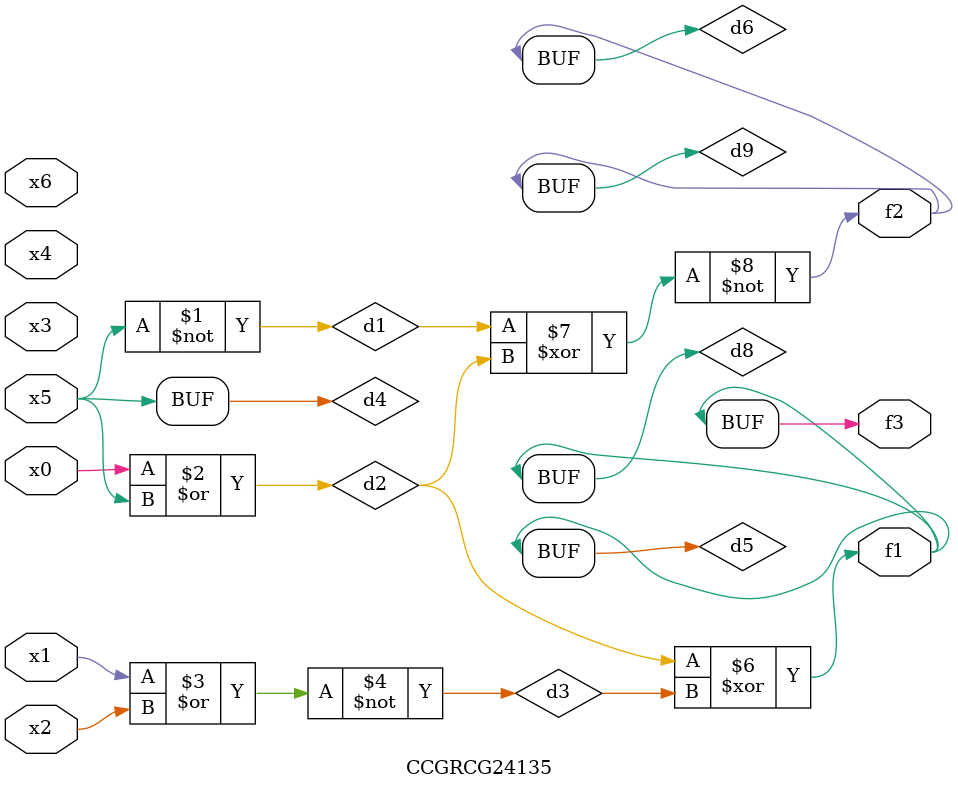
<source format=v>
module CCGRCG24135(
	input x0, x1, x2, x3, x4, x5, x6,
	output f1, f2, f3
);

	wire d1, d2, d3, d4, d5, d6, d7, d8, d9;

	nand (d1, x5);
	or (d2, x0, x5);
	nor (d3, x1, x2);
	xnor (d4, d1);
	xor (d5, d2, d3);
	xnor (d6, d1, d2);
	not (d7, x4);
	buf (d8, d5);
	xor (d9, d6);
	assign f1 = d8;
	assign f2 = d9;
	assign f3 = d8;
endmodule

</source>
